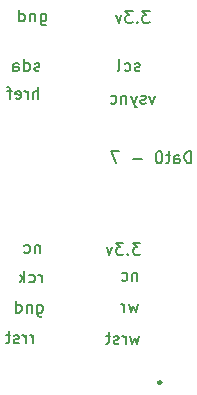
<source format=gbo>
G04 #@! TF.GenerationSoftware,KiCad,Pcbnew,9.0.5*
G04 #@! TF.CreationDate,2025-10-18T23:40:24+02:00*
G04 #@! TF.ProjectId,fotoaparat,666f746f-6170-4617-9261-742e6b696361,rev?*
G04 #@! TF.SameCoordinates,Original*
G04 #@! TF.FileFunction,Legend,Bot*
G04 #@! TF.FilePolarity,Positive*
%FSLAX46Y46*%
G04 Gerber Fmt 4.6, Leading zero omitted, Abs format (unit mm)*
G04 Created by KiCad (PCBNEW 9.0.5) date 2025-10-18 23:40:24*
%MOMM*%
%LPD*%
G01*
G04 APERTURE LIST*
G04 Aperture macros list*
%AMRoundRect*
0 Rectangle with rounded corners*
0 $1 Rounding radius*
0 $2 $3 $4 $5 $6 $7 $8 $9 X,Y pos of 4 corners*
0 Add a 4 corners polygon primitive as box body*
4,1,4,$2,$3,$4,$5,$6,$7,$8,$9,$2,$3,0*
0 Add four circle primitives for the rounded corners*
1,1,$1+$1,$2,$3*
1,1,$1+$1,$4,$5*
1,1,$1+$1,$6,$7*
1,1,$1+$1,$8,$9*
0 Add four rect primitives between the rounded corners*
20,1,$1+$1,$2,$3,$4,$5,0*
20,1,$1+$1,$4,$5,$6,$7,0*
20,1,$1+$1,$6,$7,$8,$9,0*
20,1,$1+$1,$8,$9,$2,$3,0*%
G04 Aperture macros list end*
%ADD10C,0.200000*%
%ADD11C,0.150000*%
%ADD12C,0.254000*%
%ADD13RoundRect,0.250000X-0.550000X0.550000X-0.550000X-0.550000X0.550000X-0.550000X0.550000X0.550000X0*%
%ADD14C,1.600000*%
%ADD15C,1.575000*%
%ADD16R,1.700000X1.700000*%
%ADD17C,1.700000*%
%ADD18C,3.200000*%
%ADD19R,1.192000X1.192000*%
%ADD20C,1.192000*%
%ADD21C,1.500000*%
%ADD22C,2.250000*%
G04 APERTURE END LIST*
D10*
X178675564Y-107500552D02*
X178485088Y-108167219D01*
X178485088Y-108167219D02*
X178294612Y-107691028D01*
X178294612Y-107691028D02*
X178104136Y-108167219D01*
X178104136Y-108167219D02*
X177913660Y-107500552D01*
X177532707Y-108167219D02*
X177532707Y-107500552D01*
X177532707Y-107691028D02*
X177485088Y-107595790D01*
X177485088Y-107595790D02*
X177437469Y-107548171D01*
X177437469Y-107548171D02*
X177342231Y-107500552D01*
X177342231Y-107500552D02*
X177246993Y-107500552D01*
X170530326Y-105667219D02*
X170530326Y-105000552D01*
X170530326Y-105191028D02*
X170482707Y-105095790D01*
X170482707Y-105095790D02*
X170435088Y-105048171D01*
X170435088Y-105048171D02*
X170339850Y-105000552D01*
X170339850Y-105000552D02*
X170244612Y-105000552D01*
X169482707Y-105619600D02*
X169577945Y-105667219D01*
X169577945Y-105667219D02*
X169768421Y-105667219D01*
X169768421Y-105667219D02*
X169863659Y-105619600D01*
X169863659Y-105619600D02*
X169911278Y-105571980D01*
X169911278Y-105571980D02*
X169958897Y-105476742D01*
X169958897Y-105476742D02*
X169958897Y-105191028D01*
X169958897Y-105191028D02*
X169911278Y-105095790D01*
X169911278Y-105095790D02*
X169863659Y-105048171D01*
X169863659Y-105048171D02*
X169768421Y-105000552D01*
X169768421Y-105000552D02*
X169577945Y-105000552D01*
X169577945Y-105000552D02*
X169482707Y-105048171D01*
X169054135Y-105667219D02*
X169054135Y-104667219D01*
X168958897Y-105286266D02*
X168673183Y-105667219D01*
X168673183Y-105000552D02*
X169054135Y-105381504D01*
X180125564Y-89850552D02*
X179887469Y-90517219D01*
X179887469Y-90517219D02*
X179649374Y-89850552D01*
X179316040Y-90469600D02*
X179220802Y-90517219D01*
X179220802Y-90517219D02*
X179030326Y-90517219D01*
X179030326Y-90517219D02*
X178935088Y-90469600D01*
X178935088Y-90469600D02*
X178887469Y-90374361D01*
X178887469Y-90374361D02*
X178887469Y-90326742D01*
X178887469Y-90326742D02*
X178935088Y-90231504D01*
X178935088Y-90231504D02*
X179030326Y-90183885D01*
X179030326Y-90183885D02*
X179173183Y-90183885D01*
X179173183Y-90183885D02*
X179268421Y-90136266D01*
X179268421Y-90136266D02*
X179316040Y-90041028D01*
X179316040Y-90041028D02*
X179316040Y-89993409D01*
X179316040Y-89993409D02*
X179268421Y-89898171D01*
X179268421Y-89898171D02*
X179173183Y-89850552D01*
X179173183Y-89850552D02*
X179030326Y-89850552D01*
X179030326Y-89850552D02*
X178935088Y-89898171D01*
X178554135Y-89850552D02*
X178316040Y-90517219D01*
X178077945Y-89850552D02*
X178316040Y-90517219D01*
X178316040Y-90517219D02*
X178411278Y-90755314D01*
X178411278Y-90755314D02*
X178458897Y-90802933D01*
X178458897Y-90802933D02*
X178554135Y-90850552D01*
X177696992Y-89850552D02*
X177696992Y-90517219D01*
X177696992Y-89945790D02*
X177649373Y-89898171D01*
X177649373Y-89898171D02*
X177554135Y-89850552D01*
X177554135Y-89850552D02*
X177411278Y-89850552D01*
X177411278Y-89850552D02*
X177316040Y-89898171D01*
X177316040Y-89898171D02*
X177268421Y-89993409D01*
X177268421Y-89993409D02*
X177268421Y-90517219D01*
X176363659Y-90469600D02*
X176458897Y-90517219D01*
X176458897Y-90517219D02*
X176649373Y-90517219D01*
X176649373Y-90517219D02*
X176744611Y-90469600D01*
X176744611Y-90469600D02*
X176792230Y-90421980D01*
X176792230Y-90421980D02*
X176839849Y-90326742D01*
X176839849Y-90326742D02*
X176839849Y-90041028D01*
X176839849Y-90041028D02*
X176792230Y-89945790D01*
X176792230Y-89945790D02*
X176744611Y-89898171D01*
X176744611Y-89898171D02*
X176649373Y-89850552D01*
X176649373Y-89850552D02*
X176458897Y-89850552D01*
X176458897Y-89850552D02*
X176363659Y-89898171D01*
X170230326Y-90117219D02*
X170230326Y-89117219D01*
X169801755Y-90117219D02*
X169801755Y-89593409D01*
X169801755Y-89593409D02*
X169849374Y-89498171D01*
X169849374Y-89498171D02*
X169944612Y-89450552D01*
X169944612Y-89450552D02*
X170087469Y-89450552D01*
X170087469Y-89450552D02*
X170182707Y-89498171D01*
X170182707Y-89498171D02*
X170230326Y-89545790D01*
X169325564Y-90117219D02*
X169325564Y-89450552D01*
X169325564Y-89641028D02*
X169277945Y-89545790D01*
X169277945Y-89545790D02*
X169230326Y-89498171D01*
X169230326Y-89498171D02*
X169135088Y-89450552D01*
X169135088Y-89450552D02*
X169039850Y-89450552D01*
X168325564Y-90069600D02*
X168420802Y-90117219D01*
X168420802Y-90117219D02*
X168611278Y-90117219D01*
X168611278Y-90117219D02*
X168706516Y-90069600D01*
X168706516Y-90069600D02*
X168754135Y-89974361D01*
X168754135Y-89974361D02*
X168754135Y-89593409D01*
X168754135Y-89593409D02*
X168706516Y-89498171D01*
X168706516Y-89498171D02*
X168611278Y-89450552D01*
X168611278Y-89450552D02*
X168420802Y-89450552D01*
X168420802Y-89450552D02*
X168325564Y-89498171D01*
X168325564Y-89498171D02*
X168277945Y-89593409D01*
X168277945Y-89593409D02*
X168277945Y-89688647D01*
X168277945Y-89688647D02*
X168754135Y-89783885D01*
X167992230Y-89450552D02*
X167611278Y-89450552D01*
X167849373Y-90117219D02*
X167849373Y-89260076D01*
X167849373Y-89260076D02*
X167801754Y-89164838D01*
X167801754Y-89164838D02*
X167706516Y-89117219D01*
X167706516Y-89117219D02*
X167611278Y-89117219D01*
X178775564Y-110200552D02*
X178585088Y-110867219D01*
X178585088Y-110867219D02*
X178394612Y-110391028D01*
X178394612Y-110391028D02*
X178204136Y-110867219D01*
X178204136Y-110867219D02*
X178013660Y-110200552D01*
X177632707Y-110867219D02*
X177632707Y-110200552D01*
X177632707Y-110391028D02*
X177585088Y-110295790D01*
X177585088Y-110295790D02*
X177537469Y-110248171D01*
X177537469Y-110248171D02*
X177442231Y-110200552D01*
X177442231Y-110200552D02*
X177346993Y-110200552D01*
X177061278Y-110819600D02*
X176966040Y-110867219D01*
X176966040Y-110867219D02*
X176775564Y-110867219D01*
X176775564Y-110867219D02*
X176680326Y-110819600D01*
X176680326Y-110819600D02*
X176632707Y-110724361D01*
X176632707Y-110724361D02*
X176632707Y-110676742D01*
X176632707Y-110676742D02*
X176680326Y-110581504D01*
X176680326Y-110581504D02*
X176775564Y-110533885D01*
X176775564Y-110533885D02*
X176918421Y-110533885D01*
X176918421Y-110533885D02*
X177013659Y-110486266D01*
X177013659Y-110486266D02*
X177061278Y-110391028D01*
X177061278Y-110391028D02*
X177061278Y-110343409D01*
X177061278Y-110343409D02*
X177013659Y-110248171D01*
X177013659Y-110248171D02*
X176918421Y-110200552D01*
X176918421Y-110200552D02*
X176775564Y-110200552D01*
X176775564Y-110200552D02*
X176680326Y-110248171D01*
X176346992Y-110200552D02*
X175966040Y-110200552D01*
X176204135Y-109867219D02*
X176204135Y-110724361D01*
X176204135Y-110724361D02*
X176156516Y-110819600D01*
X176156516Y-110819600D02*
X176061278Y-110867219D01*
X176061278Y-110867219D02*
X175966040Y-110867219D01*
X169780326Y-110817219D02*
X169780326Y-110150552D01*
X169780326Y-110341028D02*
X169732707Y-110245790D01*
X169732707Y-110245790D02*
X169685088Y-110198171D01*
X169685088Y-110198171D02*
X169589850Y-110150552D01*
X169589850Y-110150552D02*
X169494612Y-110150552D01*
X169161278Y-110817219D02*
X169161278Y-110150552D01*
X169161278Y-110341028D02*
X169113659Y-110245790D01*
X169113659Y-110245790D02*
X169066040Y-110198171D01*
X169066040Y-110198171D02*
X168970802Y-110150552D01*
X168970802Y-110150552D02*
X168875564Y-110150552D01*
X168589849Y-110769600D02*
X168494611Y-110817219D01*
X168494611Y-110817219D02*
X168304135Y-110817219D01*
X168304135Y-110817219D02*
X168208897Y-110769600D01*
X168208897Y-110769600D02*
X168161278Y-110674361D01*
X168161278Y-110674361D02*
X168161278Y-110626742D01*
X168161278Y-110626742D02*
X168208897Y-110531504D01*
X168208897Y-110531504D02*
X168304135Y-110483885D01*
X168304135Y-110483885D02*
X168446992Y-110483885D01*
X168446992Y-110483885D02*
X168542230Y-110436266D01*
X168542230Y-110436266D02*
X168589849Y-110341028D01*
X168589849Y-110341028D02*
X168589849Y-110293409D01*
X168589849Y-110293409D02*
X168542230Y-110198171D01*
X168542230Y-110198171D02*
X168446992Y-110150552D01*
X168446992Y-110150552D02*
X168304135Y-110150552D01*
X168304135Y-110150552D02*
X168208897Y-110198171D01*
X167875563Y-110150552D02*
X167494611Y-110150552D01*
X167732706Y-109817219D02*
X167732706Y-110674361D01*
X167732706Y-110674361D02*
X167685087Y-110769600D01*
X167685087Y-110769600D02*
X167589849Y-110817219D01*
X167589849Y-110817219D02*
X167494611Y-110817219D01*
X183180326Y-95567219D02*
X183180326Y-94567219D01*
X183180326Y-94567219D02*
X182942231Y-94567219D01*
X182942231Y-94567219D02*
X182799374Y-94614838D01*
X182799374Y-94614838D02*
X182704136Y-94710076D01*
X182704136Y-94710076D02*
X182656517Y-94805314D01*
X182656517Y-94805314D02*
X182608898Y-94995790D01*
X182608898Y-94995790D02*
X182608898Y-95138647D01*
X182608898Y-95138647D02*
X182656517Y-95329123D01*
X182656517Y-95329123D02*
X182704136Y-95424361D01*
X182704136Y-95424361D02*
X182799374Y-95519600D01*
X182799374Y-95519600D02*
X182942231Y-95567219D01*
X182942231Y-95567219D02*
X183180326Y-95567219D01*
X181751755Y-95567219D02*
X181751755Y-95043409D01*
X181751755Y-95043409D02*
X181799374Y-94948171D01*
X181799374Y-94948171D02*
X181894612Y-94900552D01*
X181894612Y-94900552D02*
X182085088Y-94900552D01*
X182085088Y-94900552D02*
X182180326Y-94948171D01*
X181751755Y-95519600D02*
X181846993Y-95567219D01*
X181846993Y-95567219D02*
X182085088Y-95567219D01*
X182085088Y-95567219D02*
X182180326Y-95519600D01*
X182180326Y-95519600D02*
X182227945Y-95424361D01*
X182227945Y-95424361D02*
X182227945Y-95329123D01*
X182227945Y-95329123D02*
X182180326Y-95233885D01*
X182180326Y-95233885D02*
X182085088Y-95186266D01*
X182085088Y-95186266D02*
X181846993Y-95186266D01*
X181846993Y-95186266D02*
X181751755Y-95138647D01*
X181418421Y-94900552D02*
X181037469Y-94900552D01*
X181275564Y-94567219D02*
X181275564Y-95424361D01*
X181275564Y-95424361D02*
X181227945Y-95519600D01*
X181227945Y-95519600D02*
X181132707Y-95567219D01*
X181132707Y-95567219D02*
X181037469Y-95567219D01*
X180513659Y-94567219D02*
X180418421Y-94567219D01*
X180418421Y-94567219D02*
X180323183Y-94614838D01*
X180323183Y-94614838D02*
X180275564Y-94662457D01*
X180275564Y-94662457D02*
X180227945Y-94757695D01*
X180227945Y-94757695D02*
X180180326Y-94948171D01*
X180180326Y-94948171D02*
X180180326Y-95186266D01*
X180180326Y-95186266D02*
X180227945Y-95376742D01*
X180227945Y-95376742D02*
X180275564Y-95471980D01*
X180275564Y-95471980D02*
X180323183Y-95519600D01*
X180323183Y-95519600D02*
X180418421Y-95567219D01*
X180418421Y-95567219D02*
X180513659Y-95567219D01*
X180513659Y-95567219D02*
X180608897Y-95519600D01*
X180608897Y-95519600D02*
X180656516Y-95471980D01*
X180656516Y-95471980D02*
X180704135Y-95376742D01*
X180704135Y-95376742D02*
X180751754Y-95186266D01*
X180751754Y-95186266D02*
X180751754Y-94948171D01*
X180751754Y-94948171D02*
X180704135Y-94757695D01*
X180704135Y-94757695D02*
X180656516Y-94662457D01*
X180656516Y-94662457D02*
X180608897Y-94614838D01*
X180608897Y-94614838D02*
X180513659Y-94567219D01*
X178989849Y-95186266D02*
X178227945Y-95186266D01*
X177085087Y-94567219D02*
X176418421Y-94567219D01*
X176418421Y-94567219D02*
X176846992Y-95567219D01*
X170151755Y-107550552D02*
X170151755Y-108360076D01*
X170151755Y-108360076D02*
X170199374Y-108455314D01*
X170199374Y-108455314D02*
X170246993Y-108502933D01*
X170246993Y-108502933D02*
X170342231Y-108550552D01*
X170342231Y-108550552D02*
X170485088Y-108550552D01*
X170485088Y-108550552D02*
X170580326Y-108502933D01*
X170151755Y-108169600D02*
X170246993Y-108217219D01*
X170246993Y-108217219D02*
X170437469Y-108217219D01*
X170437469Y-108217219D02*
X170532707Y-108169600D01*
X170532707Y-108169600D02*
X170580326Y-108121980D01*
X170580326Y-108121980D02*
X170627945Y-108026742D01*
X170627945Y-108026742D02*
X170627945Y-107741028D01*
X170627945Y-107741028D02*
X170580326Y-107645790D01*
X170580326Y-107645790D02*
X170532707Y-107598171D01*
X170532707Y-107598171D02*
X170437469Y-107550552D01*
X170437469Y-107550552D02*
X170246993Y-107550552D01*
X170246993Y-107550552D02*
X170151755Y-107598171D01*
X169675564Y-107550552D02*
X169675564Y-108217219D01*
X169675564Y-107645790D02*
X169627945Y-107598171D01*
X169627945Y-107598171D02*
X169532707Y-107550552D01*
X169532707Y-107550552D02*
X169389850Y-107550552D01*
X169389850Y-107550552D02*
X169294612Y-107598171D01*
X169294612Y-107598171D02*
X169246993Y-107693409D01*
X169246993Y-107693409D02*
X169246993Y-108217219D01*
X168342231Y-108217219D02*
X168342231Y-107217219D01*
X168342231Y-108169600D02*
X168437469Y-108217219D01*
X168437469Y-108217219D02*
X168627945Y-108217219D01*
X168627945Y-108217219D02*
X168723183Y-108169600D01*
X168723183Y-108169600D02*
X168770802Y-108121980D01*
X168770802Y-108121980D02*
X168818421Y-108026742D01*
X168818421Y-108026742D02*
X168818421Y-107741028D01*
X168818421Y-107741028D02*
X168770802Y-107645790D01*
X168770802Y-107645790D02*
X168723183Y-107598171D01*
X168723183Y-107598171D02*
X168627945Y-107550552D01*
X168627945Y-107550552D02*
X168437469Y-107550552D01*
X168437469Y-107550552D02*
X168342231Y-107598171D01*
X170380326Y-102500552D02*
X170380326Y-103167219D01*
X170380326Y-102595790D02*
X170332707Y-102548171D01*
X170332707Y-102548171D02*
X170237469Y-102500552D01*
X170237469Y-102500552D02*
X170094612Y-102500552D01*
X170094612Y-102500552D02*
X169999374Y-102548171D01*
X169999374Y-102548171D02*
X169951755Y-102643409D01*
X169951755Y-102643409D02*
X169951755Y-103167219D01*
X169046993Y-103119600D02*
X169142231Y-103167219D01*
X169142231Y-103167219D02*
X169332707Y-103167219D01*
X169332707Y-103167219D02*
X169427945Y-103119600D01*
X169427945Y-103119600D02*
X169475564Y-103071980D01*
X169475564Y-103071980D02*
X169523183Y-102976742D01*
X169523183Y-102976742D02*
X169523183Y-102691028D01*
X169523183Y-102691028D02*
X169475564Y-102595790D01*
X169475564Y-102595790D02*
X169427945Y-102548171D01*
X169427945Y-102548171D02*
X169332707Y-102500552D01*
X169332707Y-102500552D02*
X169142231Y-102500552D01*
X169142231Y-102500552D02*
X169046993Y-102548171D01*
X178630326Y-104850552D02*
X178630326Y-105517219D01*
X178630326Y-104945790D02*
X178582707Y-104898171D01*
X178582707Y-104898171D02*
X178487469Y-104850552D01*
X178487469Y-104850552D02*
X178344612Y-104850552D01*
X178344612Y-104850552D02*
X178249374Y-104898171D01*
X178249374Y-104898171D02*
X178201755Y-104993409D01*
X178201755Y-104993409D02*
X178201755Y-105517219D01*
X177296993Y-105469600D02*
X177392231Y-105517219D01*
X177392231Y-105517219D02*
X177582707Y-105517219D01*
X177582707Y-105517219D02*
X177677945Y-105469600D01*
X177677945Y-105469600D02*
X177725564Y-105421980D01*
X177725564Y-105421980D02*
X177773183Y-105326742D01*
X177773183Y-105326742D02*
X177773183Y-105041028D01*
X177773183Y-105041028D02*
X177725564Y-104945790D01*
X177725564Y-104945790D02*
X177677945Y-104898171D01*
X177677945Y-104898171D02*
X177582707Y-104850552D01*
X177582707Y-104850552D02*
X177392231Y-104850552D01*
X177392231Y-104850552D02*
X177296993Y-104898171D01*
X178875564Y-102317219D02*
X178256517Y-102317219D01*
X178256517Y-102317219D02*
X178589850Y-102698171D01*
X178589850Y-102698171D02*
X178446993Y-102698171D01*
X178446993Y-102698171D02*
X178351755Y-102745790D01*
X178351755Y-102745790D02*
X178304136Y-102793409D01*
X178304136Y-102793409D02*
X178256517Y-102888647D01*
X178256517Y-102888647D02*
X178256517Y-103126742D01*
X178256517Y-103126742D02*
X178304136Y-103221980D01*
X178304136Y-103221980D02*
X178351755Y-103269600D01*
X178351755Y-103269600D02*
X178446993Y-103317219D01*
X178446993Y-103317219D02*
X178732707Y-103317219D01*
X178732707Y-103317219D02*
X178827945Y-103269600D01*
X178827945Y-103269600D02*
X178875564Y-103221980D01*
X177827945Y-103221980D02*
X177780326Y-103269600D01*
X177780326Y-103269600D02*
X177827945Y-103317219D01*
X177827945Y-103317219D02*
X177875564Y-103269600D01*
X177875564Y-103269600D02*
X177827945Y-103221980D01*
X177827945Y-103221980D02*
X177827945Y-103317219D01*
X177446993Y-102317219D02*
X176827946Y-102317219D01*
X176827946Y-102317219D02*
X177161279Y-102698171D01*
X177161279Y-102698171D02*
X177018422Y-102698171D01*
X177018422Y-102698171D02*
X176923184Y-102745790D01*
X176923184Y-102745790D02*
X176875565Y-102793409D01*
X176875565Y-102793409D02*
X176827946Y-102888647D01*
X176827946Y-102888647D02*
X176827946Y-103126742D01*
X176827946Y-103126742D02*
X176875565Y-103221980D01*
X176875565Y-103221980D02*
X176923184Y-103269600D01*
X176923184Y-103269600D02*
X177018422Y-103317219D01*
X177018422Y-103317219D02*
X177304136Y-103317219D01*
X177304136Y-103317219D02*
X177399374Y-103269600D01*
X177399374Y-103269600D02*
X177446993Y-103221980D01*
X176494612Y-102650552D02*
X176256517Y-103317219D01*
X176256517Y-103317219D02*
X176018422Y-102650552D01*
X170327945Y-87719600D02*
X170232707Y-87767219D01*
X170232707Y-87767219D02*
X170042231Y-87767219D01*
X170042231Y-87767219D02*
X169946993Y-87719600D01*
X169946993Y-87719600D02*
X169899374Y-87624361D01*
X169899374Y-87624361D02*
X169899374Y-87576742D01*
X169899374Y-87576742D02*
X169946993Y-87481504D01*
X169946993Y-87481504D02*
X170042231Y-87433885D01*
X170042231Y-87433885D02*
X170185088Y-87433885D01*
X170185088Y-87433885D02*
X170280326Y-87386266D01*
X170280326Y-87386266D02*
X170327945Y-87291028D01*
X170327945Y-87291028D02*
X170327945Y-87243409D01*
X170327945Y-87243409D02*
X170280326Y-87148171D01*
X170280326Y-87148171D02*
X170185088Y-87100552D01*
X170185088Y-87100552D02*
X170042231Y-87100552D01*
X170042231Y-87100552D02*
X169946993Y-87148171D01*
X169042231Y-87767219D02*
X169042231Y-86767219D01*
X169042231Y-87719600D02*
X169137469Y-87767219D01*
X169137469Y-87767219D02*
X169327945Y-87767219D01*
X169327945Y-87767219D02*
X169423183Y-87719600D01*
X169423183Y-87719600D02*
X169470802Y-87671980D01*
X169470802Y-87671980D02*
X169518421Y-87576742D01*
X169518421Y-87576742D02*
X169518421Y-87291028D01*
X169518421Y-87291028D02*
X169470802Y-87195790D01*
X169470802Y-87195790D02*
X169423183Y-87148171D01*
X169423183Y-87148171D02*
X169327945Y-87100552D01*
X169327945Y-87100552D02*
X169137469Y-87100552D01*
X169137469Y-87100552D02*
X169042231Y-87148171D01*
X168137469Y-87767219D02*
X168137469Y-87243409D01*
X168137469Y-87243409D02*
X168185088Y-87148171D01*
X168185088Y-87148171D02*
X168280326Y-87100552D01*
X168280326Y-87100552D02*
X168470802Y-87100552D01*
X168470802Y-87100552D02*
X168566040Y-87148171D01*
X168137469Y-87719600D02*
X168232707Y-87767219D01*
X168232707Y-87767219D02*
X168470802Y-87767219D01*
X168470802Y-87767219D02*
X168566040Y-87719600D01*
X168566040Y-87719600D02*
X168613659Y-87624361D01*
X168613659Y-87624361D02*
X168613659Y-87529123D01*
X168613659Y-87529123D02*
X168566040Y-87433885D01*
X168566040Y-87433885D02*
X168470802Y-87386266D01*
X168470802Y-87386266D02*
X168232707Y-87386266D01*
X168232707Y-87386266D02*
X168137469Y-87338647D01*
X178827945Y-87719600D02*
X178732707Y-87767219D01*
X178732707Y-87767219D02*
X178542231Y-87767219D01*
X178542231Y-87767219D02*
X178446993Y-87719600D01*
X178446993Y-87719600D02*
X178399374Y-87624361D01*
X178399374Y-87624361D02*
X178399374Y-87576742D01*
X178399374Y-87576742D02*
X178446993Y-87481504D01*
X178446993Y-87481504D02*
X178542231Y-87433885D01*
X178542231Y-87433885D02*
X178685088Y-87433885D01*
X178685088Y-87433885D02*
X178780326Y-87386266D01*
X178780326Y-87386266D02*
X178827945Y-87291028D01*
X178827945Y-87291028D02*
X178827945Y-87243409D01*
X178827945Y-87243409D02*
X178780326Y-87148171D01*
X178780326Y-87148171D02*
X178685088Y-87100552D01*
X178685088Y-87100552D02*
X178542231Y-87100552D01*
X178542231Y-87100552D02*
X178446993Y-87148171D01*
X177542231Y-87719600D02*
X177637469Y-87767219D01*
X177637469Y-87767219D02*
X177827945Y-87767219D01*
X177827945Y-87767219D02*
X177923183Y-87719600D01*
X177923183Y-87719600D02*
X177970802Y-87671980D01*
X177970802Y-87671980D02*
X178018421Y-87576742D01*
X178018421Y-87576742D02*
X178018421Y-87291028D01*
X178018421Y-87291028D02*
X177970802Y-87195790D01*
X177970802Y-87195790D02*
X177923183Y-87148171D01*
X177923183Y-87148171D02*
X177827945Y-87100552D01*
X177827945Y-87100552D02*
X177637469Y-87100552D01*
X177637469Y-87100552D02*
X177542231Y-87148171D01*
X176970802Y-87767219D02*
X177066040Y-87719600D01*
X177066040Y-87719600D02*
X177113659Y-87624361D01*
X177113659Y-87624361D02*
X177113659Y-86767219D01*
D11*
X179658458Y-82669819D02*
X179039411Y-82669819D01*
X179039411Y-82669819D02*
X179372744Y-83050771D01*
X179372744Y-83050771D02*
X179229887Y-83050771D01*
X179229887Y-83050771D02*
X179134649Y-83098390D01*
X179134649Y-83098390D02*
X179087030Y-83146009D01*
X179087030Y-83146009D02*
X179039411Y-83241247D01*
X179039411Y-83241247D02*
X179039411Y-83479342D01*
X179039411Y-83479342D02*
X179087030Y-83574580D01*
X179087030Y-83574580D02*
X179134649Y-83622200D01*
X179134649Y-83622200D02*
X179229887Y-83669819D01*
X179229887Y-83669819D02*
X179515601Y-83669819D01*
X179515601Y-83669819D02*
X179610839Y-83622200D01*
X179610839Y-83622200D02*
X179658458Y-83574580D01*
X178610839Y-83574580D02*
X178563220Y-83622200D01*
X178563220Y-83622200D02*
X178610839Y-83669819D01*
X178610839Y-83669819D02*
X178658458Y-83622200D01*
X178658458Y-83622200D02*
X178610839Y-83574580D01*
X178610839Y-83574580D02*
X178610839Y-83669819D01*
X178229887Y-82669819D02*
X177610840Y-82669819D01*
X177610840Y-82669819D02*
X177944173Y-83050771D01*
X177944173Y-83050771D02*
X177801316Y-83050771D01*
X177801316Y-83050771D02*
X177706078Y-83098390D01*
X177706078Y-83098390D02*
X177658459Y-83146009D01*
X177658459Y-83146009D02*
X177610840Y-83241247D01*
X177610840Y-83241247D02*
X177610840Y-83479342D01*
X177610840Y-83479342D02*
X177658459Y-83574580D01*
X177658459Y-83574580D02*
X177706078Y-83622200D01*
X177706078Y-83622200D02*
X177801316Y-83669819D01*
X177801316Y-83669819D02*
X178087030Y-83669819D01*
X178087030Y-83669819D02*
X178182268Y-83622200D01*
X178182268Y-83622200D02*
X178229887Y-83574580D01*
X177277506Y-83003152D02*
X177039411Y-83669819D01*
X177039411Y-83669819D02*
X176801316Y-83003152D01*
X170434649Y-82903152D02*
X170434649Y-83712676D01*
X170434649Y-83712676D02*
X170482268Y-83807914D01*
X170482268Y-83807914D02*
X170529887Y-83855533D01*
X170529887Y-83855533D02*
X170625125Y-83903152D01*
X170625125Y-83903152D02*
X170767982Y-83903152D01*
X170767982Y-83903152D02*
X170863220Y-83855533D01*
X170434649Y-83522200D02*
X170529887Y-83569819D01*
X170529887Y-83569819D02*
X170720363Y-83569819D01*
X170720363Y-83569819D02*
X170815601Y-83522200D01*
X170815601Y-83522200D02*
X170863220Y-83474580D01*
X170863220Y-83474580D02*
X170910839Y-83379342D01*
X170910839Y-83379342D02*
X170910839Y-83093628D01*
X170910839Y-83093628D02*
X170863220Y-82998390D01*
X170863220Y-82998390D02*
X170815601Y-82950771D01*
X170815601Y-82950771D02*
X170720363Y-82903152D01*
X170720363Y-82903152D02*
X170529887Y-82903152D01*
X170529887Y-82903152D02*
X170434649Y-82950771D01*
X169958458Y-82903152D02*
X169958458Y-83569819D01*
X169958458Y-82998390D02*
X169910839Y-82950771D01*
X169910839Y-82950771D02*
X169815601Y-82903152D01*
X169815601Y-82903152D02*
X169672744Y-82903152D01*
X169672744Y-82903152D02*
X169577506Y-82950771D01*
X169577506Y-82950771D02*
X169529887Y-83046009D01*
X169529887Y-83046009D02*
X169529887Y-83569819D01*
X168625125Y-83569819D02*
X168625125Y-82569819D01*
X168625125Y-83522200D02*
X168720363Y-83569819D01*
X168720363Y-83569819D02*
X168910839Y-83569819D01*
X168910839Y-83569819D02*
X169006077Y-83522200D01*
X169006077Y-83522200D02*
X169053696Y-83474580D01*
X169053696Y-83474580D02*
X169101315Y-83379342D01*
X169101315Y-83379342D02*
X169101315Y-83093628D01*
X169101315Y-83093628D02*
X169053696Y-82998390D01*
X169053696Y-82998390D02*
X169006077Y-82950771D01*
X169006077Y-82950771D02*
X168910839Y-82903152D01*
X168910839Y-82903152D02*
X168720363Y-82903152D01*
X168720363Y-82903152D02*
X168625125Y-82950771D01*
D12*
X180649000Y-114142000D02*
G75*
G02*
X180395000Y-114142000I-127000J0D01*
G01*
X180395000Y-114142000D02*
G75*
G02*
X180649000Y-114142000I127000J0D01*
G01*
%LPC*%
D13*
X128050000Y-64544887D03*
D14*
X128050000Y-67044887D03*
D15*
X120200000Y-137500000D03*
X120200000Y-142000000D03*
X126700000Y-137500000D03*
X126700000Y-142000000D03*
D16*
X96900000Y-128500000D03*
D17*
X99440000Y-128500000D03*
D16*
X99540000Y-121400000D03*
D17*
X97000000Y-121400000D03*
D16*
X155680000Y-88200000D03*
D17*
X153140000Y-88200000D03*
X150600000Y-88200000D03*
X148060000Y-88200000D03*
D18*
X205000000Y-145000000D03*
X205000000Y-60000000D03*
D16*
X174740000Y-84925000D03*
D17*
X172200000Y-84925000D03*
X174740000Y-87465000D03*
X172200000Y-87465000D03*
X174740000Y-90005000D03*
X172200000Y-90005000D03*
X174740000Y-92545000D03*
X172200000Y-92545000D03*
X174740000Y-95085000D03*
X172200000Y-95085000D03*
X174740000Y-97625000D03*
X172200000Y-97625000D03*
X174740000Y-100165000D03*
X172200000Y-100165000D03*
X174740000Y-102705000D03*
X172200000Y-102705000D03*
X174740000Y-105245000D03*
X172200000Y-105245000D03*
X174740000Y-107785000D03*
X172200000Y-107785000D03*
X174740000Y-110325000D03*
X172200000Y-110325000D03*
D18*
X85000000Y-145000000D03*
D16*
X175775000Y-71500000D03*
D17*
X173235000Y-71500000D03*
X170695000Y-71500000D03*
X168155000Y-71500000D03*
X165615000Y-71500000D03*
X163075000Y-71500000D03*
X160535000Y-71500000D03*
X157995000Y-71500000D03*
X155455000Y-71500000D03*
X152915000Y-71500000D03*
X150375000Y-71500000D03*
D16*
X126160000Y-118500000D03*
D17*
X128700000Y-118500000D03*
D19*
X127500000Y-96260000D03*
D20*
X127500000Y-101140000D03*
D18*
X85000000Y-60000000D03*
D21*
X83900000Y-101700000D03*
X83900000Y-99700000D03*
X83900000Y-97700000D03*
X85900000Y-101700000D03*
X85900000Y-99700000D03*
X85900000Y-97700000D03*
D22*
X82900000Y-104450000D03*
X86900000Y-104450000D03*
X86900000Y-94950000D03*
X82900000Y-94950000D03*
D15*
X148931000Y-137500000D03*
X148931000Y-142000000D03*
X155431000Y-137500000D03*
X155431000Y-142000000D03*
X134500000Y-137500000D03*
X134500000Y-142000000D03*
X141000000Y-137500000D03*
X141000000Y-142000000D03*
%LPD*%
M02*

</source>
